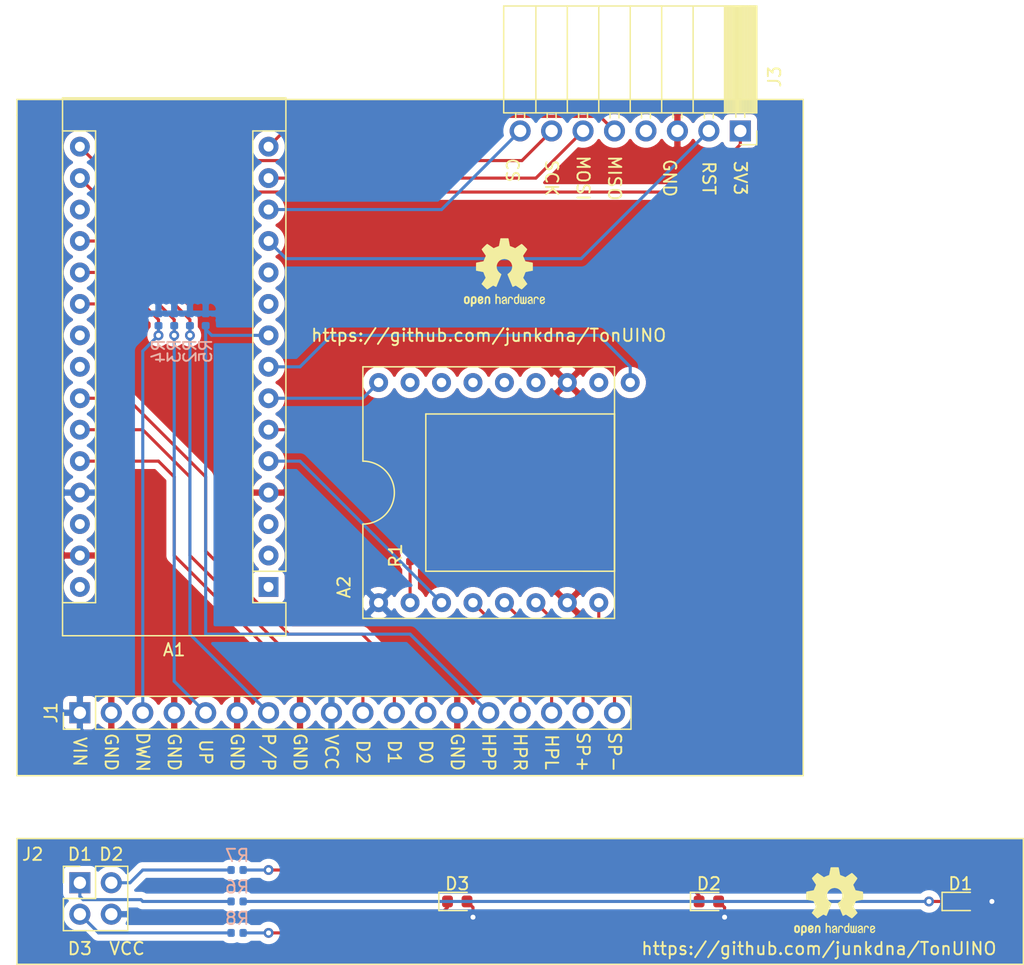
<source format=kicad_pcb>
(kicad_pcb (version 20171130) (host pcbnew 5.1.5-52549c5~84~ubuntu19.10.1)
  (layers (0 F.Cu signal) (31 B.Cu signal) (36 B.SilkS user) (37 F.SilkS user) (38 B.Mask user) (39 F.Mask user) (44 Edge.Cuts user))
  (net 0 "")
  (net 1 "Net-(A1-Pad30)")
  (net 2 "Net-(A1-Pad28)")
  (net 3 "Net-(A1-Pad11)")
  (net 4 "Net-(A1-Pad10)")
  (net 5 "Net-(A1-Pad8)")
  (net 6 "Net-(A1-Pad23)")
  (net 7 "Net-(A1-Pad7)")
  (net 8 "Net-(A1-Pad22)")
  (net 9 "Net-(A1-Pad6)")
  (net 10 "Net-(A1-Pad5)")
  (net 11 "Net-(A1-Pad3)")
  (net 12 "Net-(A1-Pad18)")
  (net 13 "Net-(A1-Pad2)")
  (net 14 "Net-(A1-Pad1)")
  (net 15 "Net-(A2-Pad2)")
  (net 16 "Net-(A2-Pad15)")
  (net 17 "Net-(A2-Pad14)")
  (net 18 "Net-(A2-Pad13)")
  (net 19 "Net-(A2-Pad12)")
  (net 20 "Net-(A2-Pad11)")
  (net 21 "Net-(A2-Pad9)")
  (net 22 "Net-(J3-Pad4)")
  (net 23 /~DOWN)
  (net 24 /~UP)
  (net 25 /~PAUSE)
  (net 26 /GND)
  (net 27 /SCK)
  (net 28 /MISO)
  (net 29 /MOSI)
  (net 30 /SS)
  (net 31 /RST)
  (net 32 /VCC)
  (net 33 /LED2)
  (net 34 /LED1)
  (net 35 /~HEADP)
  (net 36 /LED0)
  (net 37 /3V3)
  (net 38 /SPK-)
  (net 39 /SPK+)
  (net 40 /HEADP_L)
  (net 41 /HEADP_R)
  (net 42 "Net-(D1-Pad2)")
  (net 43 "Net-(D1-Pad1)")
  (net 44 "Net-(D2-Pad1)")
  (net 45 "Net-(D3-Pad1)")
  (net 46 "Net-(J2-Pad3)")
  (net 47 "Net-(J2-Pad2)")
  (net 48 "Net-(J2-Pad1)")
  (module Symbol:OSHW-Logo2_7.3x6mm_SilkScreen (layer F.Cu) (at 166.37 81.28)
    (fp_text reference REF** hide)
    (fp_text value OSHW-Logo2_7.3x6mm_SilkScreen hide)
  )
  (module Symbol:OSHW-Logo2_7.3x6mm_SilkScreen (layer F.Cu) (at 193.04 132.08)
    (fp_text reference REF** hide)
    (fp_text value OSHW-Logo2_7.3x6mm_SilkScreen hide)
  )
  (module Resistor_SMD:R_0402_1005Metric (layer B.Cu) (at 144.78 134.62 180)
    (fp_text reference R8 (at 0 1.17) (layer B.SilkS) (effects (justify mirror)))
    (fp_text value 150R)
    (pad 1 smd roundrect (at -0.485 0 180) (size 0.59 0.64) (layers B.Cu B.Paste B.Mask) (net 45 "Net-(D3-Pad1)"))
    (pad 2 smd roundrect (at 0.485 0 180) (size 0.59 0.64) (layers B.Cu B.Paste B.Mask) (net 46 "Net-(J2-Pad3)"))
  )
  (module Resistor_SMD:R_0402_1005Metric (layer B.Cu) (at 144.78 129.54 180)
    (fp_text reference R7 (at 0 1.17) (layer B.SilkS) (effects (justify mirror)))
    (fp_text value 150R)
    (pad 1 smd roundrect (at -0.485 0 180) (size 0.59 0.64) (layers B.Cu B.Paste B.Mask) (net 44 "Net-(D2-Pad1)"))
    (pad 2 smd roundrect (at 0.485 0 180) (size 0.59 0.64) (layers B.Cu B.Paste B.Mask) (net 47 "Net-(J2-Pad2)"))
  )
  (module Resistor_SMD:R_0402_1005Metric (layer B.Cu) (at 144.78 132.08 180)
    (fp_text reference R6 (at 0 1.17) (layer B.SilkS) (effects (justify mirror)))
    (fp_text value 150R)
    (pad 1 smd roundrect (at -0.485 0 180) (size 0.59 0.64) (layers B.Cu B.Paste B.Mask) (net 43 "Net-(D1-Pad1)"))
    (pad 2 smd roundrect (at 0.485 0 180) (size 0.59 0.64) (layers B.Cu B.Paste B.Mask) (net 48 "Net-(J2-Pad1)"))
  )
  (module Connector_PinHeader_2.54mm:PinHeader_2x02_P2.54mm_Vertical (layer F.Cu) (at 132.08 130.57)
    (fp_text reference J2 (at -3.81 -2.3) (layer F.SilkS))
    (fp_text value Conn_01x04_Female)
    (pad 1 thru_hole rect (at 0 0) (size 1.7 1.7) (drill 1) (layers *.Cu *.Mask) (net 48 "Net-(J2-Pad1)"))
    (pad 2 thru_hole oval (at 2.54 0) (size 1.7 1.7) (drill 1) (layers *.Cu *.Mask) (net 47 "Net-(J2-Pad2)"))
    (pad 3 thru_hole oval (at 0 2.54) (size 1.7 1.7) (drill 1) (layers *.Cu *.Mask) (net 46 "Net-(J2-Pad3)"))
    (pad 4 thru_hole oval (at 2.54 2.54) (size 1.7 1.7) (drill 1) (layers *.Cu *.Mask) (net 42 "Net-(D1-Pad2)"))
  )
  (module LED_SMD:LED_0603_1608Metric (layer F.Cu) (at 162.56 132.08)
    (fp_text reference D3 (at 0 -1.43) (layer F.SilkS))
    (fp_text value LED)
    (pad 1 smd roundrect (at -0.7875 0) (size 0.875 0.95) (layers F.Cu F.Paste F.Mask) (net 45 "Net-(D3-Pad1)"))
    (pad 2 smd roundrect (at 0.7875 0) (size 0.875 0.95) (layers F.Cu F.Paste F.Mask) (net 42 "Net-(D1-Pad2)"))
  )
  (module LED_SMD:LED_0603_1608Metric (layer F.Cu) (at 182.88 132.08)
    (fp_text reference D2 (at 0 -1.43) (layer F.SilkS))
    (fp_text value LED)
    (pad 1 smd roundrect (at -0.7875 0) (size 0.875 0.95) (layers F.Cu F.Paste F.Mask) (net 44 "Net-(D2-Pad1)"))
    (pad 2 smd roundrect (at 0.7875 0) (size 0.875 0.95) (layers F.Cu F.Paste F.Mask) (net 42 "Net-(D1-Pad2)"))
  )
  (module LED_SMD:LED_0603_1608Metric (layer F.Cu) (at 203.2 132.08)
    (fp_text reference D1 (at 0 -1.43) (layer F.SilkS))
    (fp_text value LED)
    (pad 1 smd roundrect (at -0.7875 0) (size 0.875 0.95) (layers F.Cu F.Paste F.Mask) (net 43 "Net-(D1-Pad1)"))
    (pad 2 smd roundrect (at 0.7875 0) (size 0.875 0.95) (layers F.Cu F.Paste F.Mask) (net 42 "Net-(D1-Pad2)"))
  )
  (module Module:Arduino_Nano (layer F.Cu) (at 147.32 106.68 180)
    (fp_text reference A1 (at 7.62 -5.08) (layer F.SilkS))
    (fp_text value Arduino_Nano_v2.x)
    (pad 16 thru_hole oval (at 15.24 35.56 180) (size 1.6 1.6) (drill 0.8) (layers *.Cu *.Mask) (net 27 /SCK))
    (pad 15 thru_hole oval (at 0 35.56 180) (size 1.6 1.6) (drill 0.8) (layers *.Cu *.Mask) (net 28 /MISO))
    (pad 30 thru_hole oval (at 15.24 0 180) (size 1.6 1.6) (drill 0.8) (layers *.Cu *.Mask) (net 1 "Net-(A1-Pad30)"))
    (pad 14 thru_hole oval (at 0 33.02 180) (size 1.6 1.6) (drill 0.8) (layers *.Cu *.Mask) (net 29 /MOSI))
    (pad 29 thru_hole oval (at 15.24 2.54 180) (size 1.6 1.6) (drill 0.8) (layers *.Cu *.Mask) (net 26 /GND))
    (pad 13 thru_hole oval (at 0 30.48 180) (size 1.6 1.6) (drill 0.8) (layers *.Cu *.Mask) (net 30 /SS))
    (pad 28 thru_hole oval (at 15.24 5.08 180) (size 1.6 1.6) (drill 0.8) (layers *.Cu *.Mask) (net 2 "Net-(A1-Pad28)"))
    (pad 12 thru_hole oval (at 0 27.94 180) (size 1.6 1.6) (drill 0.8) (layers *.Cu *.Mask) (net 31 /RST))
    (pad 27 thru_hole oval (at 15.24 7.62 180) (size 1.6 1.6) (drill 0.8) (layers *.Cu *.Mask) (net 32 /VCC))
    (pad 11 thru_hole oval (at 0 25.4 180) (size 1.6 1.6) (drill 0.8) (layers *.Cu *.Mask) (net 3 "Net-(A1-Pad11)"))
    (pad 26 thru_hole oval (at 15.24 10.16 180) (size 1.6 1.6) (drill 0.8) (layers *.Cu *.Mask) (net 33 /LED2))
    (pad 10 thru_hole oval (at 0 22.86 180) (size 1.6 1.6) (drill 0.8) (layers *.Cu *.Mask) (net 4 "Net-(A1-Pad10)"))
    (pad 25 thru_hole oval (at 15.24 12.7 180) (size 1.6 1.6) (drill 0.8) (layers *.Cu *.Mask) (net 34 /LED1))
    (pad 9 thru_hole oval (at 0 20.32 180) (size 1.6 1.6) (drill 0.8) (layers *.Cu *.Mask) (net 35 /~HEADP))
    (pad 24 thru_hole oval (at 15.24 15.24 180) (size 1.6 1.6) (drill 0.8) (layers *.Cu *.Mask) (net 36 /LED0))
    (pad 8 thru_hole oval (at 0 17.78 180) (size 1.6 1.6) (drill 0.8) (layers *.Cu *.Mask) (net 5 "Net-(A1-Pad8)"))
    (pad 23 thru_hole oval (at 15.24 17.78 180) (size 1.6 1.6) (drill 0.8) (layers *.Cu *.Mask) (net 6 "Net-(A1-Pad23)"))
    (pad 7 thru_hole oval (at 0 15.24 180) (size 1.6 1.6) (drill 0.8) (layers *.Cu *.Mask) (net 7 "Net-(A1-Pad7)"))
    (pad 22 thru_hole oval (at 15.24 20.32 180) (size 1.6 1.6) (drill 0.8) (layers *.Cu *.Mask) (net 8 "Net-(A1-Pad22)"))
    (pad 6 thru_hole oval (at 0 12.7 180) (size 1.6 1.6) (drill 0.8) (layers *.Cu *.Mask) (net 9 "Net-(A1-Pad6)"))
    (pad 21 thru_hole oval (at 15.24 22.86 180) (size 1.6 1.6) (drill 0.8) (layers *.Cu *.Mask) (net 23 /~DOWN))
    (pad 5 thru_hole oval (at 0 10.16 180) (size 1.6 1.6) (drill 0.8) (layers *.Cu *.Mask) (net 10 "Net-(A1-Pad5)"))
    (pad 20 thru_hole oval (at 15.24 25.4 180) (size 1.6 1.6) (drill 0.8) (layers *.Cu *.Mask) (net 24 /~UP))
    (pad 4 thru_hole oval (at 0 7.62 180) (size 1.6 1.6) (drill 0.8) (layers *.Cu *.Mask) (net 26 /GND))
    (pad 19 thru_hole oval (at 15.24 27.94 180) (size 1.6 1.6) (drill 0.8) (layers *.Cu *.Mask) (net 25 /~PAUSE))
    (pad 3 thru_hole oval (at 0 5.08 180) (size 1.6 1.6) (drill 0.8) (layers *.Cu *.Mask) (net 11 "Net-(A1-Pad3)"))
    (pad 18 thru_hole oval (at 15.24 30.48 180) (size 1.6 1.6) (drill 0.8) (layers *.Cu *.Mask) (net 12 "Net-(A1-Pad18)"))
    (pad 2 thru_hole oval (at 0 2.54 180) (size 1.6 1.6) (drill 0.8) (layers *.Cu *.Mask) (net 13 "Net-(A1-Pad2)"))
    (pad 17 thru_hole oval (at 15.24 33.02 180) (size 1.6 1.6) (drill 0.8) (layers *.Cu *.Mask) (net 37 /3V3))
    (pad 1 thru_hole rect (at 0 0 180) (size 1.6 1.6) (drill 0.8) (layers *.Cu *.Mask) (net 14 "Net-(A1-Pad1)"))
  )
  (module Resistor_SMD:R_0402_1005Metric (layer B.Cu) (at 142.24 85.09 270)
    (fp_text reference R5 (at 2.54 0 270) (layer B.SilkS) (effects (justify mirror)))
    (fp_text value 4k7)
    (pad 2 smd roundrect (at 0.485 0 270) (size 0.59 0.64) (layers B.Cu B.Paste B.Mask) (net 35 /~HEADP))
    (pad 1 smd roundrect (at -0.485 0 270) (size 0.59 0.64) (layers B.Cu B.Paste B.Mask) (net 32 /VCC))
  )
  (module Resistor_SMD:R_0402_1005Metric (layer B.Cu) (at 138.43 85.09 270)
    (fp_text reference R4 (at 2.54 0 270) (layer B.SilkS) (effects (justify mirror)))
    (fp_text value 4k7)
    (pad 2 smd roundrect (at 0.485 0 270) (size 0.59 0.64) (layers B.Cu B.Paste B.Mask) (net 23 /~DOWN))
    (pad 1 smd roundrect (at -0.485 0 270) (size 0.59 0.64) (layers B.Cu B.Paste B.Mask) (net 32 /VCC))
  )
  (module Resistor_SMD:R_0402_1005Metric (layer B.Cu) (at 139.7 85.09 270)
    (fp_text reference R3 (at 2.54 0 270) (layer B.SilkS) (effects (justify mirror)))
    (fp_text value 4k7)
    (pad 2 smd roundrect (at 0.485 0 270) (size 0.59 0.64) (layers B.Cu B.Paste B.Mask) (net 24 /~UP))
    (pad 1 smd roundrect (at -0.485 0 270) (size 0.59 0.64) (layers B.Cu B.Paste B.Mask) (net 32 /VCC))
  )
  (module Resistor_SMD:R_0402_1005Metric (layer B.Cu) (at 140.97 85.09 270)
    (fp_text reference R2 (at 2.54 0 270) (layer B.SilkS) (effects (justify mirror)))
    (fp_text value 4k7)
    (pad 2 smd roundrect (at 0.485 0 270) (size 0.59 0.64) (layers B.Cu B.Paste B.Mask) (net 25 /~PAUSE))
    (pad 1 smd roundrect (at -0.485 0 270) (size 0.59 0.64) (layers B.Cu B.Paste B.Mask) (net 32 /VCC))
  )
  (module Connector_PinHeader_2.54mm:PinHeader_1x18_P2.54mm_Vertical (layer F.Cu) (at 132.08 116.84 90)
    (fp_text reference J1 (at 0 -2.33 90) (layer F.SilkS))
    (fp_text value Conn_01x18_Female)
    (pad 18 thru_hole oval (at 0 43.18 90) (size 1.7 1.7) (drill 1) (layers *.Cu *.Mask) (net 38 /SPK-))
    (pad 17 thru_hole oval (at 0 40.64 90) (size 1.7 1.7) (drill 1) (layers *.Cu *.Mask) (net 39 /SPK+))
    (pad 16 thru_hole oval (at 0 38.1 90) (size 1.7 1.7) (drill 1) (layers *.Cu *.Mask) (net 40 /HEADP_L))
    (pad 15 thru_hole oval (at 0 35.56 90) (size 1.7 1.7) (drill 1) (layers *.Cu *.Mask) (net 41 /HEADP_R))
    (pad 14 thru_hole oval (at 0 33.02 90) (size 1.7 1.7) (drill 1) (layers *.Cu *.Mask) (net 35 /~HEADP))
    (pad 13 thru_hole oval (at 0 30.48 90) (size 1.7 1.7) (drill 1) (layers *.Cu *.Mask) (net 26 /GND))
    (pad 12 thru_hole oval (at 0 27.94 90) (size 1.7 1.7) (drill 1) (layers *.Cu *.Mask) (net 36 /LED0))
    (pad 11 thru_hole oval (at 0 25.4 90) (size 1.7 1.7) (drill 1) (layers *.Cu *.Mask) (net 34 /LED1))
    (pad 10 thru_hole oval (at 0 22.86 90) (size 1.7 1.7) (drill 1) (layers *.Cu *.Mask) (net 33 /LED2))
    (pad 9 thru_hole oval (at 0 20.32 90) (size 1.7 1.7) (drill 1) (layers *.Cu *.Mask) (net 32 /VCC))
    (pad 8 thru_hole oval (at 0 17.78 90) (size 1.7 1.7) (drill 1) (layers *.Cu *.Mask) (net 26 /GND))
    (pad 7 thru_hole oval (at 0 15.24 90) (size 1.7 1.7) (drill 1) (layers *.Cu *.Mask) (net 25 /~PAUSE))
    (pad 6 thru_hole oval (at 0 12.7 90) (size 1.7 1.7) (drill 1) (layers *.Cu *.Mask) (net 26 /GND))
    (pad 5 thru_hole oval (at 0 10.16 90) (size 1.7 1.7) (drill 1) (layers *.Cu *.Mask) (net 24 /~UP))
    (pad 4 thru_hole oval (at 0 7.62 90) (size 1.7 1.7) (drill 1) (layers *.Cu *.Mask) (net 26 /GND))
    (pad 3 thru_hole oval (at 0 5.08 90) (size 1.7 1.7) (drill 1) (layers *.Cu *.Mask) (net 23 /~DOWN))
    (pad 2 thru_hole oval (at 0 2.54 90) (size 1.7 1.7) (drill 1) (layers *.Cu *.Mask) (net 26 /GND))
    (pad 1 thru_hole rect (at 0 0 90) (size 1.7 1.7) (drill 1) (layers *.Cu *.Mask) (net 32 /VCC))
  )
  (module Connector_PinSocket_2.54mm:PinSocket_1x08_P2.54mm_Horizontal (layer F.Cu) (at 185.42 69.85 270)
    (fp_text reference J3 (at -4.38 -2.77 90) (layer F.SilkS))
    (fp_text value Conn_01x08_Female)
    (pad 8 thru_hole oval (at 0 17.78 270) (size 1.7 1.7) (drill 1) (layers *.Cu *.Mask) (net 30 /SS))
    (pad 7 thru_hole oval (at 0 15.24 270) (size 1.7 1.7) (drill 1) (layers *.Cu *.Mask) (net 27 /SCK))
    (pad 6 thru_hole oval (at 0 12.7 270) (size 1.7 1.7) (drill 1) (layers *.Cu *.Mask) (net 29 /MOSI))
    (pad 5 thru_hole oval (at 0 10.16 270) (size 1.7 1.7) (drill 1) (layers *.Cu *.Mask) (net 28 /MISO))
    (pad 4 thru_hole oval (at 0 7.62 270) (size 1.7 1.7) (drill 1) (layers *.Cu *.Mask) (net 22 "Net-(J3-Pad4)"))
    (pad 3 thru_hole oval (at 0 5.08 270) (size 1.7 1.7) (drill 1) (layers *.Cu *.Mask) (net 26 /GND))
    (pad 2 thru_hole oval (at 0 2.54 270) (size 1.7 1.7) (drill 1) (layers *.Cu *.Mask) (net 31 /RST))
    (pad 1 thru_hole rect (at 0 0 270) (size 1.7 1.7) (drill 1) (layers *.Cu *.Mask) (net 37 /3V3))
  )
  (module tonuino:DFPlayer (layer F.Cu) (at 162.56 99.06 90)
    (fp_text reference A2 (at -7.62 -9.144 90) (layer F.SilkS))
    (fp_text value DFPlayer)
    (pad 17 thru_hole circle (at 8.89 13.97 90) (size 1.524 1.524) (drill 0.762) (layers *.Cu *.Mask) (net 5 "Net-(A1-Pad8)"))
    (pad 16 thru_hole circle (at 8.89 -6.35 90) (size 1.524 1.524) (drill 0.762) (layers *.Cu *.Mask) (net 7 "Net-(A1-Pad7)"))
    (pad 15 thru_hole circle (at 8.89 -3.81 90) (size 1.524 1.524) (drill 0.762) (layers *.Cu *.Mask) (net 16 "Net-(A2-Pad15)"))
    (pad 14 thru_hole circle (at 8.89 -1.27 90) (size 1.524 1.524) (drill 0.762) (layers *.Cu *.Mask) (net 17 "Net-(A2-Pad14)"))
    (pad 13 thru_hole circle (at 8.89 1.27 90) (size 1.524 1.524) (drill 0.762) (layers *.Cu *.Mask) (net 18 "Net-(A2-Pad13)"))
    (pad 12 thru_hole circle (at 8.89 3.81 90) (size 1.524 1.524) (drill 0.762) (layers *.Cu *.Mask) (net 19 "Net-(A2-Pad12)"))
    (pad 11 thru_hole circle (at 8.89 6.35 90) (size 1.524 1.524) (drill 0.762) (layers *.Cu *.Mask) (net 20 "Net-(A2-Pad11)"))
    (pad 10 thru_hole circle (at 8.89 8.89 90) (size 1.524 1.524) (drill 0.762) (layers *.Cu *.Mask) (net 26 /GND))
    (pad 9 thru_hole circle (at 8.89 11.43 90) (size 1.524 1.524) (drill 0.762) (layers *.Cu *.Mask) (net 21 "Net-(A2-Pad9)"))
    (pad 8 thru_hole circle (at -8.89 11.43 90) (size 1.524 1.524) (drill 0.762) (layers *.Cu *.Mask) (net 38 /SPK-))
    (pad 7 thru_hole circle (at -8.89 8.89 90) (size 1.524 1.524) (drill 0.762) (layers *.Cu *.Mask) (net 26 /GND))
    (pad 6 thru_hole circle (at -8.89 6.35 90) (size 1.524 1.524) (drill 0.762) (layers *.Cu *.Mask) (net 39 /SPK+))
    (pad 5 thru_hole circle (at -8.89 3.81 90) (size 1.524 1.524) (drill 0.762) (layers *.Cu *.Mask) (net 40 /HEADP_L))
    (pad 4 thru_hole circle (at -8.89 1.27 90) (size 1.524 1.524) (drill 0.762) (layers *.Cu *.Mask) (net 41 /HEADP_R))
    (pad 3 thru_hole circle (at -8.89 -1.27 90) (size 1.524 1.524) (drill 0.762) (layers *.Cu *.Mask) (net 10 "Net-(A1-Pad5)"))
    (pad 2 thru_hole circle (at -8.89 -3.81 90) (size 1.524 1.524) (drill 0.762) (layers *.Cu *.Mask) (net 15 "Net-(A2-Pad2)"))
    (pad 1 thru_hole circle (at -8.89 -6.35 90) (size 1.524 1.524) (drill 0.762) (layers *.Cu *.Mask) (net 32 /VCC))
  )
  (module Resistor_SMD:R_0402_1005Metric (layer F.Cu) (at 158.75 104.14 90)
    (fp_text reference R1 (at 0 -1.17 90) (layer F.SilkS))
    (fp_text value 1k)
    (pad 1 smd roundrect (at -0.485 0 90) (size 0.59 0.64) (layers F.Cu F.Paste F.Mask) (net 15 "Net-(A2-Pad2)"))
    (pad 2 smd roundrect (at 0.485 0 90) (size 0.59 0.64) (layers F.Cu F.Paste F.Mask) (net 9 "Net-(A1-Pad6)"))
  )
  (gr_text https://github.com/junkdna/TonUINO (at 191.77 135.89) (layer F.SilkS) (effects (font (size 1 1))))
  (gr_text D3 (at 132.08 135.89) (layer F.SilkS) (effects (font (size 1 1))))
  (gr_text D2 (at 134.62 128.27) (layer F.SilkS) (effects (font (size 1 1))))
  (gr_text D1 (at 132.08 128.27) (layer F.SilkS) (effects (font (size 1 1))))
  (gr_text VCC (at 135.89 135.89) (layer F.SilkS) (effects (font (size 1 1))))
  (gr_line (start 208.28 127) (end 127 127) (layer F.SilkS) (width 0.12))
  (gr_line (start 208.28 137.16) (end 208.28 127) (layer F.SilkS) (width 0.12))
  (gr_line (start 127 137.16) (end 208.28 137.16) (layer F.SilkS) (width 0.12))
  (gr_line (start 127 127) (end 127 137.16) (layer F.SilkS) (width 0.12))
  (gr_text https://github.com/junkdna/TonUINO (at 165.1 86.36) (layer F.SilkS) (effects (font (size 1 1))))
  (gr_text CS (at 167.005 73.025 270) (layer F.SilkS) (effects (font (size 1 1))))
  (gr_text SCK (at 170.18 73.66 270) (layer F.SilkS) (effects (font (size 1 1))))
  (gr_text MOSI (at 172.72 73.66 270) (layer F.SilkS) (effects (font (size 1 1))))
  (gr_text MISO (at 175.26 73.66 270) (layer F.SilkS) (effects (font (size 1 1))))
  (gr_text GND (at 179.705 73.66 270) (layer F.SilkS) (effects (font (size 1 1))))
  (gr_text RST (at 182.88 73.66 270) (layer F.SilkS) (effects (font (size 1 1))))
  (gr_text 3V3 (at 185.42 73.66 270) (layer F.SilkS) (effects (font (size 1 1))))
  (gr_text SP- (at 175.26 120.015 270) (layer F.SilkS) (effects (font (size 1 1))))
  (gr_text SP+ (at 172.72 120.015 270) (layer F.SilkS) (effects (font (size 1 1))))
  (gr_text HPR (at 167.64 120.015 270) (layer F.SilkS) (effects (font (size 1 1))))
  (gr_text HPL (at 170.18 120.015 270) (layer F.SilkS) (effects (font (size 1 1))))
  (gr_text HPP (at 165.1 120.015 270) (layer F.SilkS) (effects (font (size 1 1))))
  (gr_text GND (at 162.56 120.015 270) (layer F.SilkS) (effects (font (size 1 1))))
  (gr_text D0 (at 160.02 120.015 270) (layer F.SilkS) (effects (font (size 1 1))))
  (gr_text D1 (at 157.48 120.015 270) (layer F.SilkS) (effects (font (size 1 1))))
  (gr_text D2 (at 154.94 120.015 270) (layer F.SilkS) (effects (font (size 1 1))))
  (gr_text VCC (at 152.4 120.015 270) (layer F.SilkS) (effects (font (size 1 1))))
  (gr_text GND (at 149.86 120.015 270) (layer F.SilkS) (effects (font (size 1 1))))
  (gr_text P/P (at 147.32 120.015 270) (layer F.SilkS) (effects (font (size 1 1))))
  (gr_text GND (at 144.78 120.015 270) (layer F.SilkS) (effects (font (size 1 1))))
  (gr_text UP (at 142.24 120.015 270) (layer F.SilkS) (effects (font (size 1 1))))
  (gr_text GND (at 139.7 120.015 270) (layer F.SilkS) (effects (font (size 1 1))))
  (gr_text DWN (at 137.16 120.015 270) (layer F.SilkS) (effects (font (size 1 1))))
  (gr_text GND (at 134.62 120.015 270) (layer F.SilkS) (effects (font (size 1 1))))
  (gr_text VIN (at 132.08 121.285 270) (layer F.SilkS) (effects (font (size 1 1)) (justify right)))
  (gr_line (start 127 67.31) (end 127 68.58) (layer F.SilkS) (width 0.12))
  (gr_line (start 190.5 67.31) (end 127 67.31) (layer F.SilkS) (width 0.12))
  (gr_line (start 190.5 121.92) (end 190.5 67.31) (layer F.SilkS) (width 0.12))
  (gr_line (start 127 121.92) (end 190.5 121.92) (layer F.SilkS) (width 0.12))
  (gr_line (start 127 68.58) (end 127 121.92) (layer F.SilkS) (width 0.12))
  (segment (start 176.53 88.9) (end 176.53 90.17) (width 0.25) (layer B.Cu) (net 5))
  (segment (start 152.4 86.36) (end 173.99 86.36) (width 0.25) (layer B.Cu) (net 5))
  (segment (start 147.32 88.9) (end 149.86 88.9) (width 0.25) (layer B.Cu) (net 5))
  (segment (start 173.99 86.36) (end 176.53 88.9) (width 0.25) (layer B.Cu) (net 5))
  (segment (start 149.86 88.9) (end 152.4 86.36) (width 0.25) (layer B.Cu) (net 5))
  (segment (start 154.94 91.44) (end 156.21 90.17) (width 0.25) (layer B.Cu) (net 7))
  (segment (start 147.32 91.44) (end 154.94 91.44) (width 0.25) (layer B.Cu) (net 7))
  (segment (start 158.75 103.655) (end 158.75 100.33) (width 0.25) (layer F.Cu) (net 9))
  (segment (start 152.4 93.98) (end 147.32 93.98) (width 0.25) (layer F.Cu) (net 9))
  (segment (start 158.75 100.33) (end 152.4 93.98) (width 0.25) (layer F.Cu) (net 9))
  (segment (start 149.86 96.52) (end 161.29 107.95) (width 0.25) (layer B.Cu) (net 10))
  (segment (start 147.32 96.52) (end 149.86 96.52) (width 0.25) (layer B.Cu) (net 10))
  (segment (start 158.75 104.625) (end 158.75 107.95) (width 0.25) (layer F.Cu) (net 15))
  (segment (start 132.08 83.82) (end 137.16 83.82) (width 0.25) (layer F.Cu) (net 23))
  (segment (start 137.16 83.82) (end 138.43 85.09) (width 0.25) (layer F.Cu) (net 23))
  (segment (start 138.43 85.09) (end 138.43 86.36) (width 0.25) (layer F.Cu) (net 23))
  (segment (start 138.43 86.36) (end 138.43 86.36) (width 0.25) (layer F.Cu) (net 23))
  (via (at 138.43 86.36) (size 0.8) (drill 0.4) (layers F.Cu B.Cu) (net 23))
  (segment (start 138.43 86.36) (end 138.43 85.575) (width 0.25) (layer B.Cu) (net 23))
  (segment (start 137.16 87.63) (end 138.43 86.36) (width 0.25) (layer B.Cu) (net 23))
  (segment (start 137.16 116.84) (end 137.16 87.63) (width 0.25) (layer B.Cu) (net 23))
  (segment (start 132.08 81.28) (end 135.89 81.28) (width 0.25) (layer F.Cu) (net 24))
  (segment (start 135.89 81.28) (end 139.7 85.09) (width 0.25) (layer F.Cu) (net 24))
  (segment (start 139.7 85.09) (end 139.7 86.36) (width 0.25) (layer F.Cu) (net 24))
  (segment (start 139.7 86.36) (end 139.7 86.36) (width 0.25) (layer F.Cu) (net 24))
  (via (at 139.7 86.36) (size 0.8) (drill 0.4) (layers F.Cu B.Cu) (net 24))
  (segment (start 139.7 85.575) (end 139.7 86.36) (width 0.25) (layer B.Cu) (net 24))
  (segment (start 139.7 114.3) (end 142.24 116.84) (width 0.25) (layer B.Cu) (net 24))
  (segment (start 139.7 86.36) (end 139.7 114.3) (width 0.25) (layer B.Cu) (net 24))
  (segment (start 132.08 78.74) (end 134.62 78.74) (width 0.25) (layer F.Cu) (net 25))
  (segment (start 134.62 78.74) (end 140.97 85.09) (width 0.25) (layer F.Cu) (net 25))
  (segment (start 140.97 85.09) (end 140.97 86.36) (width 0.25) (layer F.Cu) (net 25))
  (segment (start 140.97 86.36) (end 140.97 86.36) (width 0.25) (layer F.Cu) (net 25))
  (via (at 140.97 86.36) (size 0.8) (drill 0.4) (layers F.Cu B.Cu) (net 25))
  (segment (start 140.97 86.36) (end 140.97 85.575) (width 0.25) (layer B.Cu) (net 25))
  (segment (start 140.97 110.49) (end 147.32 116.84) (width 0.25) (layer B.Cu) (net 25))
  (segment (start 140.97 86.36) (end 140.97 110.49) (width 0.25) (layer B.Cu) (net 25))
  (segment (start 169.330001 70.699999) (end 170.18 69.85) (width 0.25) (layer F.Cu) (net 27))
  (segment (start 167.784999 72.245001) (end 169.330001 70.699999) (width 0.25) (layer F.Cu) (net 27))
  (segment (start 133.205001 72.245001) (end 167.784999 72.245001) (width 0.25) (layer F.Cu) (net 27))
  (segment (start 132.08 71.12) (end 133.205001 72.245001) (width 0.25) (layer F.Cu) (net 27))
  (segment (start 174.084999 68.674999) (end 175.26 69.85) (width 0.25) (layer F.Cu) (net 28))
  (segment (start 147.32 71.12) (end 149.765001 68.674999) (width 0.25) (layer F.Cu) (net 28))
  (segment (start 149.765001 68.674999) (end 174.084999 68.674999) (width 0.25) (layer F.Cu) (net 28))
  (segment (start 168.91 73.66) (end 172.72 69.85) (width 0.25) (layer F.Cu) (net 29))
  (segment (start 147.32 73.66) (end 168.91 73.66) (width 0.25) (layer F.Cu) (net 29))
  (segment (start 161.29 76.2) (end 167.64 69.85) (width 0.25) (layer B.Cu) (net 30))
  (segment (start 147.32 76.2) (end 161.29 76.2) (width 0.25) (layer B.Cu) (net 30))
  (segment (start 173.99 78.74) (end 182.88 69.85) (width 0.25) (layer B.Cu) (net 31))
  (segment (start 172.564999 80.165001) (end 173.99 78.74) (width 0.25) (layer B.Cu) (net 31))
  (segment (start 148.745001 80.165001) (end 172.564999 80.165001) (width 0.25) (layer B.Cu) (net 31))
  (segment (start 147.32 78.74) (end 148.745001 80.165001) (width 0.25) (layer B.Cu) (net 31))
  (segment (start 154.94 114.3) (end 154.94 116.84) (width 0.25) (layer F.Cu) (net 33))
  (segment (start 132.08 96.52) (end 138.43 96.52) (width 0.25) (layer F.Cu) (net 33))
  (segment (start 138.43 96.52) (end 139.7 97.79) (width 0.25) (layer F.Cu) (net 33))
  (segment (start 139.7 97.79) (end 139.7 104.14) (width 0.25) (layer F.Cu) (net 33))
  (segment (start 139.7 104.14) (end 148.59 113.03) (width 0.25) (layer F.Cu) (net 33))
  (segment (start 153.67 113.03) (end 154.94 114.3) (width 0.25) (layer F.Cu) (net 33))
  (segment (start 148.59 113.03) (end 153.67 113.03) (width 0.25) (layer F.Cu) (net 33))
  (segment (start 157.48 114.3) (end 157.48 116.84) (width 0.25) (layer F.Cu) (net 34))
  (segment (start 157.48 114.3) (end 154.94 111.76) (width 0.25) (layer F.Cu) (net 34))
  (segment (start 154.94 111.76) (end 148.59 111.76) (width 0.25) (layer F.Cu) (net 34))
  (segment (start 148.59 111.76) (end 140.97 104.14) (width 0.25) (layer F.Cu) (net 34))
  (segment (start 140.97 104.14) (end 140.97 97.79) (width 0.25) (layer F.Cu) (net 34))
  (segment (start 140.97 97.79) (end 137.16 93.98) (width 0.25) (layer F.Cu) (net 34))
  (segment (start 137.16 93.98) (end 132.08 93.98) (width 0.25) (layer F.Cu) (net 34))
  (segment (start 142.73 86.36) (end 142.24 85.87) (width 0.25) (layer B.Cu) (net 35))
  (segment (start 142.24 85.87) (end 142.24 85.575) (width 0.25) (layer B.Cu) (net 35))
  (segment (start 147.32 86.36) (end 142.73 86.36) (width 0.25) (layer B.Cu) (net 35))
  (segment (start 165.1 116.84) (end 158.75 110.49) (width 0.25) (layer B.Cu) (net 35))
  (segment (start 158.75 110.49) (end 142.24 110.49) (width 0.25) (layer B.Cu) (net 35))
  (segment (start 142.24 110.49) (end 142.24 85.575) (width 0.25) (layer B.Cu) (net 35))
  (segment (start 132.08 91.44) (end 135.89 91.44) (width 0.25) (layer F.Cu) (net 36))
  (segment (start 135.89 91.44) (end 142.24 97.79) (width 0.25) (layer F.Cu) (net 36))
  (segment (start 142.24 103.785002) (end 148.944998 110.49) (width 0.25) (layer F.Cu) (net 36))
  (segment (start 142.24 97.79) (end 142.24 103.785002) (width 0.25) (layer F.Cu) (net 36))
  (segment (start 160.02 115.637919) (end 160.02 116.84) (width 0.25) (layer F.Cu) (net 36))
  (segment (start 154.872081 110.49) (end 160.02 115.637919) (width 0.25) (layer F.Cu) (net 36))
  (segment (start 148.944998 110.49) (end 154.872081 110.49) (width 0.25) (layer F.Cu) (net 36))
  (segment (start 181.584999 74.785001) (end 185.42 70.95) (width 0.25) (layer F.Cu) (net 37))
  (segment (start 133.205001 74.785001) (end 181.584999 74.785001) (width 0.25) (layer F.Cu) (net 37))
  (segment (start 185.42 70.95) (end 185.42 69.85) (width 0.25) (layer F.Cu) (net 37))
  (segment (start 132.08 73.66) (end 133.205001 74.785001) (width 0.25) (layer F.Cu) (net 37))
  (segment (start 173.99 107.95) (end 173.99 110.49) (width 0.25) (layer F.Cu) (net 38))
  (segment (start 175.26 111.76) (end 175.26 116.84) (width 0.25) (layer F.Cu) (net 38))
  (segment (start 173.99 110.49) (end 175.26 111.76) (width 0.25) (layer F.Cu) (net 38))
  (segment (start 168.91 107.95) (end 172.72 111.76) (width 0.25) (layer F.Cu) (net 39))
  (segment (start 172.72 111.76) (end 172.72 116.84) (width 0.25) (layer F.Cu) (net 39))
  (segment (start 166.37 107.95) (end 170.18 111.76) (width 0.25) (layer F.Cu) (net 40))
  (segment (start 170.18 111.76) (end 170.18 116.84) (width 0.25) (layer F.Cu) (net 40))
  (segment (start 163.83 107.95) (end 167.64 111.76) (width 0.25) (layer F.Cu) (net 41))
  (segment (start 167.64 111.76) (end 167.64 116.84) (width 0.25) (layer F.Cu) (net 41))
  (via (at 205.74 132.08) (size 0.8) (drill 0.4) (layers F.Cu B.Cu) (net 42))
  (via (at 184.15 133.35) (size 0.8) (drill 0.4) (layers F.Cu B.Cu) (net 42))
  (via (at 163.83 133.35) (size 0.8) (drill 0.4) (layers F.Cu B.Cu) (net 42))
  (segment (start 163.83 132.5625) (end 163.3475 132.08) (width 0.25) (layer F.Cu) (net 42))
  (segment (start 163.83 133.35) (end 163.83 132.5625) (width 0.25) (layer F.Cu) (net 42))
  (segment (start 184.15 132.5625) (end 183.6675 132.08) (width 0.25) (layer F.Cu) (net 42))
  (segment (start 184.15 133.35) (end 184.15 132.5625) (width 0.25) (layer F.Cu) (net 42))
  (segment (start 205.74 132.08) (end 203.9875 132.08) (width 0.25) (layer F.Cu) (net 42))
  (via (at 200.66 132.08) (size 0.8) (drill 0.4) (layers F.Cu B.Cu) (net 43))
  (segment (start 145.265 132.08) (end 200.66 132.08) (width 0.25) (layer B.Cu) (net 43))
  (segment (start 200.66 132.08) (end 202.4125 132.08) (width 0.25) (layer F.Cu) (net 43))
  (via (at 147.32 129.54) (size 0.8) (drill 0.4) (layers F.Cu B.Cu) (net 44))
  (segment (start 182.0925 131.605) (end 182.0925 132.08) (width 0.25) (layer F.Cu) (net 44))
  (segment (start 180.0275 129.54) (end 182.0925 131.605) (width 0.25) (layer F.Cu) (net 44))
  (segment (start 147.32 129.54) (end 180.0275 129.54) (width 0.25) (layer F.Cu) (net 44))
  (segment (start 145.265 129.54) (end 147.32 129.54) (width 0.25) (layer B.Cu) (net 44))
  (via (at 147.32 134.62) (size 0.8) (drill 0.4) (layers F.Cu B.Cu) (net 45))
  (segment (start 147.32 134.62) (end 145.265 134.62) (width 0.25) (layer B.Cu) (net 45))
  (segment (start 161.7725 132.555) (end 161.7725 132.08) (width 0.25) (layer F.Cu) (net 45))
  (segment (start 159.7075 134.62) (end 161.7725 132.555) (width 0.25) (layer F.Cu) (net 45))
  (segment (start 147.32 134.62) (end 159.7075 134.62) (width 0.25) (layer F.Cu) (net 45))
  (segment (start 133.59 134.62) (end 144.295 134.62) (width 0.25) (layer B.Cu) (net 46))
  (segment (start 132.08 133.11) (end 133.59 134.62) (width 0.25) (layer B.Cu) (net 46))
  (segment (start 134.62 130.57) (end 136.13 130.57) (width 0.25) (layer B.Cu) (net 47))
  (segment (start 137.16 129.54) (end 144.295 129.54) (width 0.25) (layer B.Cu) (net 47))
  (segment (start 136.13 130.57) (end 137.16 129.54) (width 0.25) (layer B.Cu) (net 47))
  (segment (start 132.344999 131.934999) (end 137.014999 131.934999) (width 0.25) (layer B.Cu) (net 48))
  (segment (start 132.08 130.57) (end 132.08 131.67) (width 0.25) (layer B.Cu) (net 48))
  (segment (start 132.08 131.67) (end 132.344999 131.934999) (width 0.25) (layer B.Cu) (net 48))
  (segment (start 137.014999 131.934999) (end 137.16 132.08) (width 0.25) (layer B.Cu) (net 48))
  (segment (start 137.16 132.08) (end 144.295 132.08) (width 0.25) (layer B.Cu) (net 48))
  (zone (net 26) (net_name /GND) (layer F.Cu) (connect_pads (clearance 0.508)) (min_thickness 0.254) (fill yes (arc_segments 32) (thermal_gap 0.508) (thermal_bridge_width 0.508))
    (polygon (pts (xy 190.5 121.92) (xy 127 121.92) (xy 127 67.31) (xy 190.5 67.31)))
  )
  (zone (net 32) (net_name /VCC) (layer B.Cu) (connect_pads (clearance 0.508)) (min_thickness 0.254) (fill yes (arc_segments 32) (thermal_gap 0.508) (thermal_bridge_width 0.508))
    (polygon (pts (xy 190.5 121.92) (xy 127 121.92) (xy 127 67.31) (xy 190.5 67.31)))
  )
  (zone (net 42) (net_name "Net-(D1-Pad2)") (layer B.Cu) (connect_pads (clearance 0.508)) (min_thickness 0.254) (fill yes (arc_segments 32) (thermal_gap 0.508) (thermal_bridge_width 0.508))
    (polygon (pts (xy 208.28 137.16) (xy 127 137.16) (xy 127 127) (xy 208.28 127)))
  )
)
</source>
